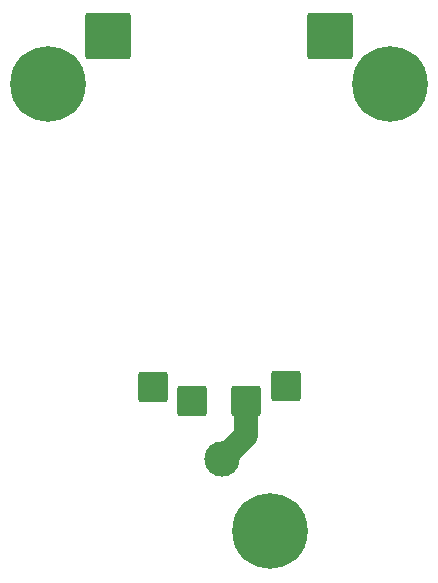
<source format=gbr>
%TF.GenerationSoftware,KiCad,Pcbnew,6.0.2+dfsg-1*%
%TF.CreationDate,2023-02-03T15:07:52+01:00*%
%TF.ProjectId,CoaxBalun,436f6178-4261-46c7-956e-2e6b69636164,rev?*%
%TF.SameCoordinates,Original*%
%TF.FileFunction,Copper,L1,Top*%
%TF.FilePolarity,Positive*%
%FSLAX46Y46*%
G04 Gerber Fmt 4.6, Leading zero omitted, Abs format (unit mm)*
G04 Created by KiCad (PCBNEW 6.0.2+dfsg-1) date 2023-02-03 15:07:52*
%MOMM*%
%LPD*%
G01*
G04 APERTURE LIST*
G04 Aperture macros list*
%AMRoundRect*
0 Rectangle with rounded corners*
0 $1 Rounding radius*
0 $2 $3 $4 $5 $6 $7 $8 $9 X,Y pos of 4 corners*
0 Add a 4 corners polygon primitive as box body*
4,1,4,$2,$3,$4,$5,$6,$7,$8,$9,$2,$3,0*
0 Add four circle primitives for the rounded corners*
1,1,$1+$1,$2,$3*
1,1,$1+$1,$4,$5*
1,1,$1+$1,$6,$7*
1,1,$1+$1,$8,$9*
0 Add four rect primitives between the rounded corners*
20,1,$1+$1,$2,$3,$4,$5,0*
20,1,$1+$1,$4,$5,$6,$7,0*
20,1,$1+$1,$6,$7,$8,$9,0*
20,1,$1+$1,$8,$9,$2,$3,0*%
G04 Aperture macros list end*
%TA.AperFunction,ComponentPad*%
%ADD10RoundRect,0.249999X-1.025001X-1.025001X1.025001X-1.025001X1.025001X1.025001X-1.025001X1.025001X0*%
%TD*%
%TA.AperFunction,ComponentPad*%
%ADD11RoundRect,0.250002X-1.699998X-1.699998X1.699998X-1.699998X1.699998X1.699998X-1.699998X1.699998X0*%
%TD*%
%TA.AperFunction,ComponentPad*%
%ADD12C,6.400000*%
%TD*%
%TA.AperFunction,ComponentPad*%
%ADD13C,3.000000*%
%TD*%
%TA.AperFunction,Conductor*%
%ADD14C,2.000000*%
%TD*%
G04 APERTURE END LIST*
D10*
%TO.P,U2,1,a*%
%TO.N,N/C*%
X119837200Y-79121000D03*
%TO.P,U2,2,b*%
X123266200Y-77851000D03*
%TO.P,U2,3,a'*%
X111963200Y-77978000D03*
%TO.P,U2,4,b'*%
X115265200Y-79121000D03*
%TD*%
D11*
%TO.P,J5,1,Pin_1*%
%TO.N,N/C*%
X108204000Y-48260000D03*
%TD*%
%TO.P,J3,1,Pin_1*%
%TO.N,N/C*%
X127000000Y-48260000D03*
%TD*%
D12*
%TO.P,,1,1*%
%TO.N,N/C*%
X121920000Y-90170000D03*
%TD*%
%TO.P,H2,1,1*%
%TO.N,N/C*%
X103124000Y-52324000D03*
%TD*%
D13*
%TO.P,,1,a*%
%TO.N,N/C*%
X117856000Y-84074000D03*
%TD*%
D12*
%TO.P,H1,1,1*%
%TO.N,N/C*%
X132080000Y-52324000D03*
%TD*%
D14*
%TO.N,*%
X119837200Y-82092800D02*
X119837200Y-79121000D01*
X117856000Y-84074000D02*
X119837200Y-82092800D01*
%TD*%
M02*

</source>
